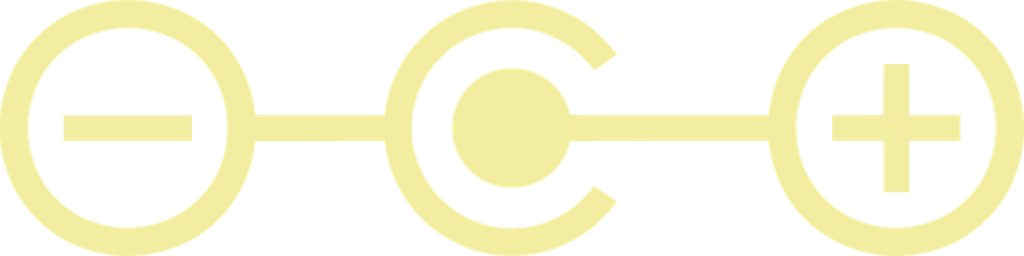
<source format=kicad_pcb>
(kicad_pcb (version 20240108) (generator pcbnew)
  (layers (0 "F.Cu" signal) (31 "B.Cu" signal) (34 "B.Paste" user) (35 "F.Paste" user) (36 "B.SilkS" user "B.Silkscreen") (37 "F.SilkS" user "F.Silkscreen") (38 "B.Mask" user) (39 "F.Mask" user) (44 "Edge.Cuts" user))
  (net 0 "")
  (footprint "Polarity_Center_Positive_30mm_SilkScreen" (layer "F.Cu") (at 0 0)
    (property "Reference" "REF**")
    (property "Value" "Polarity_Center_Positive_30mm_SilkScreen")
    (fp_poly (pts (xy -37.38231 1.497789) (xy -52.360197 1.497789) (xy -52.360197 -1.497788) (xy -37.38231 -1.497788) (xy -37.38231 1.497789)) (layer "F.SilkS") (stroke (width 0.01)) (fill solid))
    (fp_poly (pts (xy 46.431449 -1.497788) (xy 52.422604 -1.497788) (xy 52.422604 1.497789) (xy 46.431449 1.497789) (xy 46.431449 7.488944) (xy 43.435872 7.488944) (xy 43.435872 1.497789) (xy 37.444717 1.497789) (xy 37.444717 -1.496578) (xy 40.424692 -1.512785) (xy 43.404668 -1.528992) (xy 43.420875 -4.508968) (xy 43.437082 -7.488943) (xy 46.431449 -7.488943) (xy 46.431449 -1.497788)) (layer "F.SilkS") (stroke (width 0.01)) (fill solid))
    (fp_poly (pts (xy 45.536144 -14.962137) (xy 46.077953 -14.941246) (xy 46.342278 -14.921504) (xy 47.673298 -14.740136) (xy 48.979578 -14.445772) (xy 50.249959 -14.042952) (xy 51.473284 -13.536216) (xy 52.638395 -12.930103) (xy 53.734134 -12.229154) (xy 54.606879 -11.558631) (xy 55.595169 -10.652648) (xy 56.490726 -9.66517) (xy 57.289682 -8.60235) (xy 57.98817 -7.470339) (xy 58.582322 -6.27529) (xy 59.06827 -5.023353) (xy 59.382219 -3.962828) (xy 59.649049 -2.6984) (xy 59.813847 -1.398987) (xy 59.876159 -0.086725) (xy 59.835527 1.216253) (xy 59.691496 2.487812) (xy 59.532363 3.331813) (xy 59.176031 4.665661) (xy 58.712392 5.941744) (xy 58.144574 7.155415) (xy 57.475702 8.302024) (xy 56.708903 9.376922) (xy 55.847303 10.37546) (xy 54.894029 11.292989) (xy 53.852206 12.124861) (xy 53.412697 12.431704) (xy 52.26223 13.130846) (xy 51.061207 13.717076) (xy 49.807015 14.19139) (xy 48.497042 14.554788) (xy 47.224854 14.794311) (xy 46.905025 14.833563) (xy 46.510012 14.869594) (xy 46.066311 14.901211) (xy 45.600418 14.927222) (xy 45.138831 14.946433) (xy 44.708045 14.957651) (xy 44.334557 14.959686) (xy 44.044864 14.951342) (xy 43.935135 14.942393) (xy 43.780227 14.925332) (xy 43.53945 14.899455) (xy 43.251079 14.868857) (xy 43.061425 14.848919) (xy 41.828215 14.660082) (xy 40.593297 14.355382) (xy 39.374475 13.942237) (xy 38.189556 13.428063) (xy 37.056346 12.820278) (xy 35.992651 12.126299) (xy 35.354054 11.638281) (xy 34.946809 11.287948) (xy 34.500777 10.872191) (xy 34.0497 10.424628) (xy 33.627323 9.978876) (xy 33.267388 9.568551) (xy 33.225008 9.517199) (xy 32.496424 8.532529) (xy 31.846695 7.460873) (xy 31.282064 6.316769) (xy 30.808776 5.114753) (xy 30.433076 3.869364) (xy 30.16121 2.595139) (xy 30.108505 2.262285) (xy 29.996145 1.497789) (xy 18.428546 1.497789) (xy 16.966791 1.49794) (xy 15.625337 1.498413) (xy 14.39967 1.499239) (xy 13.285275 1.500447) (xy 12.277637 1.502069) (xy 11.372243 1.504135) (xy 10.564579 1.506674) (xy 9.850128 1.509718) (xy 9.224378 1.513297) (xy 8.682814 1.517441) (xy 8.220922 1.522181) (xy 7.834186 1.527547) (xy 7.518094 1.533569) (xy 7.268129 1.540278) (xy 7.079779 1.547704) (xy 6.948528 1.555878) (xy 6.869862 1.564829) (xy 6.839267 1.574589) (xy 6.838616 1.575799) (xy 6.586952 2.364546) (xy 6.308675 3.051728) (xy 5.991472 3.659776) (xy 5.623026 4.21112) (xy 5.191024 4.72819) (xy 4.995638 4.932496) (xy 4.324248 5.525311) (xy 3.5925 6.016397) (xy 2.811782 6.405737) (xy 1.993484 6.693316) (xy 1.148996 6.879117) (xy 0.289706 6.963123) (xy -0.572997 6.945318) (xy -1.427722 6.825686) (xy -2.263082 6.60421) (xy -3.067686 6.280875) (xy -3.830146 5.855663) (xy -4.539071 5.328558) (xy -4.950474 4.946792) (xy -5.556048 4.259675) (xy -6.046478 3.53521) (xy -6.428598 2.762518) (xy -6.58418 2.345761) (xy -6.82533 1.444637) (xy -6.950522 0.536804) (xy -6.957562 0.021558) (xy 33.26339 0.021558) (xy 33.316405 1.228826) (xy 33.477397 2.381822) (xy 33.749286 3.493669) (xy 34.134991 4.57749) (xy 34.41806 5.211057) (xy 34.980819 6.241326) (xy 35.639059 7.195459) (xy 36.386186 8.069151) (xy 37.215607 8.858097) (xy 38.120727 9.557992) (xy 39.094952 10.164531) (xy 40.131689 10.673408) (xy 41.224343 11.080318) (xy 42.366319 11.380956) (xy 43.551025 11.571017) (xy 44.247174 11.628458) (xy 44.472226 11.641186) (xy 44.668819 11.653064) (xy 44.746437 11.658179) (xy 44.865021 11.657858) (xy 45.079726 11.64923) (xy 45.362236 11.633713) (xy 45.684234 11.612724) (xy 45.75566 11.60765) (xy 46.980842 11.460384) (xy 48.156476 11.201555) (xy 49.277471 10.835581) (xy 50.338738 10.366879) (xy 51.335186 9.799869) (xy 52.261725 9.138966) (xy 53.113264 8.388589) (xy 53.884713 7.553156) (xy 54.570982 6.637084) (xy 55.166982 5.644791) (xy 55.66762 4.580695) (xy 56.067808 3.449213) (xy 56.326002 2.433907) (xy 56.405039 1.96552) (xy 56.467376 1.408023) (xy 56.511622 0.796179) (xy 56.536393 0.16475) (xy 56.540299 -0.4515) (xy 56.521954 -1.017808) (xy 56.482253 -1.481143) (xy 56.273024 -2.702793) (xy 55.953749 -3.867991) (xy 55.526404 -4.973494) (xy 54.992965 -6.01606) (xy 54.355407 -6.992446) (xy 53.615708 -7.899409) (xy 52.775842 -8.733708) (xy 51.837786 -9.492099) (xy 51.424078 -9.781137) (xy 50.469575 -10.346368) (xy 49.448466 -10.813778) (xy 48.373655 -11.181761) (xy 47.258046 -11.44871) (xy 46.114542 -11.613019) (xy 44.956049 -11.67308) (xy 43.79547 -11.627287) (xy 42.64571 -11.474033) (xy 41.519673 -11.211711) (xy 41.064373 -11.071105) (xy 39.955498 -10.639121) (xy 38.91402 -10.105032) (xy 37.944648 -9.474664) (xy 37.052089 -8.753841) (xy 36.241051 -7.948391) (xy 35.516243 -7.064138) (xy 34.882373 -6.106908) (xy 34.344148 -5.082526) (xy 33.906278 -3.996819) (xy 33.573468 -2.855611) (xy 33.350429 -1.664729) (xy 33.328856 -1.499425) (xy 33.30534 -1.242904) (xy 33.285571 -0.900387) (xy 33.271218 -0.510679) (xy 33.26395 -0.112583) (xy 33.26339 0.021558) (xy -6.957562 0.021558) (xy -6.962872 -0.366988) (xy -6.865497 -1.255992) (xy -6.661514 -2.119459) (xy -6.354038 -2.946639) (xy -5.946186 -3.726785) (xy -5.441075 -4.449147) (xy -4.841821 -5.102977) (xy -4.287112 -5.576824) (xy -3.537326 -6.072166) (xy -2.73379 -6.461463) (xy -1.889091 -6.744402) (xy -1.015816 -6.920668) (xy -0.12655 -6.989945) (xy 0.76612 -6.95192) (xy 1.649608 -6.806276) (xy 2.511329 -6.5527) (xy 3.338695 -6.190876) (xy 4.025307 -5.784738) (xy 4.231396 -5.631746) (xy 4.48637 -5.421533) (xy 4.752075 -5.186338) (xy 4.914182 -5.033669) (xy 5.453855 -4.450105) (xy 5.907611 -3.824328) (xy 6.286023 -3.137365) (xy 6.599661 -2.370238) (xy 6.840499 -1.575798) (xy 6.865448 -1.565943) (xy 6.937918 -1.5569) (xy 7.062423 -1.548638) (xy 7.243477 -1.541126) (xy 7.485592 -1.534335) (xy 7.793283 -1.528234) (xy 8.171062 -1.522793) (xy 8.623443 -1.517981) (xy 9.15494 -1.513768) (xy 9.770066 -1.510123) (xy 10.473333 -1.507017) (xy 11.269256 -1.504418) (xy 12.162348 -1.502297) (xy 13.157123 -1.500623) (xy 14.258093 -1.499366) (xy 15.469772 -1.498495) (xy 16.796674 -1.49798) (xy 18.243311 -1.497791) (xy 18.433437 -1.497788) (xy 30.005926 -1.497788) (xy 30.048749 -1.887837) (xy 30.163131 -2.67045) (xy 30.336365 -3.510697) (xy 30.556864 -4.363173) (xy 30.813042 -5.182469) (xy 31.054394 -5.829181) (xy 31.621669 -7.059056) (xy 32.287967 -8.216189) (xy 33.048127 -9.296574) (xy 33.896985 -10.296206) (xy 34.82938 -11.211078) (xy 35.840151 -12.037184) (xy 36.924135 -12.770518) (xy 38.07617 -13.407073) (xy 39.291095 -13.942844) (xy 40.563747 -14.373823) (xy 41.888965 -14.696005) (xy 42.647486 -14.826728) (xy 43.125382 -14.882616) (xy 43.69033 -14.925054) (xy 44.305197 -14.953088) (xy 44.932847 -14.965767) (xy 45.536144 -14.962137)) (layer "F.SilkS") (stroke (width 0.01)) (fill solid))
    (fp_poly (pts (xy 1.410801 -14.895036) (xy 2.716947 -14.71581) (xy 4.005861 -14.418384) (xy 5.023832 -14.092679) (xy 6.293997 -13.567626) (xy 7.506359 -12.933491) (xy 8.654916 -12.194751) (xy 9.733665 -11.355885) (xy 10.736601 -10.42137) (xy 11.657722 -9.395684) (xy 12.127334 -8.794258) (xy 12.293371 -8.57058) (xy 11.000928 -7.670917) (xy 10.644992 -7.425092) (xy 10.320784 -7.204873) (xy 10.042912 -7.019884) (xy 9.825982 -6.879749) (xy 9.684602 -6.794092) (xy 9.635458 -6.771253) (xy 9.563487 -6.817868) (xy 9.445471 -6.93998) (xy 9.309243 -7.108215) (xy 8.600105 -7.951872) (xy 7.793355 -8.732261) (xy 6.903911 -9.440113) (xy 5.946693 -10.06616) (xy 4.936617 -10.601134) (xy 3.888601 -11.035767) (xy 2.817565 -11.360789) (xy 2.271643 -11.480529) (xy 1.077183 -11.646699) (xy -0.114163 -11.692092) (xy -1.293917 -11.619275) (xy -2.4536 -11.430811) (xy -3.584734 -11.129267) (xy -4.678841 -10.717208) (xy -5.727443 -10.197198) (xy -6.722061 -9.571803) (xy -7.654218 -8.843588) (xy -8.238509 -8.300523) (xy -9.061248 -7.396954) (xy -9.774395 -6.433868) (xy -10.378181 -5.41081) (xy -10.872836 -4.327328) (xy -11.258589 -3.182964) (xy -11.535672 -1.977266) (xy -11.585039 -1.684991) (xy -11.64135 -1.204165) (xy -11.675729 -0.641323) (xy -11.688162 -0.03655) (xy -11.678632 0.570074) (xy -11.647125 1.138463) (xy -11.593625 1.628537) (xy -11.58631 1.676493) (xy -11.336296 2.881069) (xy -10.976291 4.036559) (xy -10.510292 5.136634) (xy -9.942295 6.174967) (xy -9.276294 7.145229) (xy -8.516286 8.041093) (xy -7.666266 8.856229) (xy -6.730229 9.58431) (xy -6.490418 9.74725) (xy -5.449409 10.363171) (xy -4.365354 10.865645) (xy -3.24665 11.25352) (xy -2.101695 11.525647) (xy -0.938885 11.680876) (xy 0.233382 11.718058) (xy 1.406709 11.636043) (xy 2.572698 11.433681) (xy 3.646932 11.135215) (xy 4.777218 10.697502) (xy 5.848825 10.151846) (xy 6.854872 9.503017) (xy 7.788478 8.755788) (xy 8.642762 7.914929) (xy 9.156698 7.314863) (xy 9.620261 6.735131) (xy 9.911973 6.943727) (xy 10.055954 7.045553) (xy 10.280604 7.20305) (xy 10.563946 7.400872) (xy 10.884002 7.623677) (xy 11.217813 7.855438) (xy 11.52829 8.07256) (xy 11.800349 8.266375) (xy 12.018457 8.425524) (xy 12.167082 8.538645) (xy 12.23069 8.594378) (xy 12.231941 8.597167) (xy 12.19208 8.681815) (xy 12.081884 8.841427) (xy 11.915428 9.059025) (xy 11.706787 9.31763) (xy 11.470039 9.600263) (xy 11.219259 9.889945) (xy 10.968523 10.169698) (xy 10.731907 10.422543) (xy 10.643202 10.513522) (xy 9.631488 11.450077) (xy 8.557071 12.279974) (xy 7.424743 13.001208) (xy 6.239297 13.611773) (xy 5.005524 14.109667) (xy 3.728217 14.492884) (xy 2.412167 14.75942) (xy 1.062168 14.907271) (xy 0.062407 14.939109) (xy -1.209514 14.895009) (xy -2.412851 14.760019) (xy -3.569766 14.528943) (xy -4.702421 14.196586) (xy -5.832982 13.757752) (xy -6.692974 13.355569) (xy -7.876875 12.694673) (xy -8.989491 11.933277) (xy -10.025079 11.07708) (xy -10.977896 10.131777) (xy -11.8422 9.103068) (xy -12.612247 7.996648) (xy -13.282046 6.818703) (xy -13.84334 5.593209) (xy -14.284949 4.349669) (xy -14.611977 3.072519) (xy -14.741997 2.367951) (xy -14.881952 1.497293) (xy -29.986978 1.528993) (xy -30.034137 1.965848) (xy -30.197495 3.023501) (xy -30.457964 4.114654) (xy -30.80503 5.209598) (xy -31.228177 6.278623) (xy -31.716892 7.29202) (xy -32.231856 8.17543) (xy -32.71681 8.876681) (xy -33.27198 9.585663) (xy -33.872415 10.27448) (xy -34.493169 10.915236) (xy -35.109293 11.480033) (xy -35.403267 11.721644) (xy -36.521658 12.525837) (xy -37.688458 13.215) (xy -38.903441 13.789052) (xy -40.166382 14.247916) (xy -41.477057 14.59151) (xy -42.835238 14.819757) (xy -44.240703 14.932575) (xy -44.52801 14.941293) (xy -44.909253 14.948074) (xy -45.264542 14.951299) (xy -45.567924 14.950968) (xy -45.793445 14.947079) (xy -45.900983 14.941344) (xy -46.747062 14.846321) (xy -47.499854 14.737165) (xy -48.190636 14.607662) (xy -48.850686 14.451601) (xy -49.511282 14.262767) (xy -49.832679 14.160325) (xy -51.075741 13.687967) (xy -52.258328 13.109359) (xy -53.375251 12.430153) (xy -54.42132 11.656002) (xy -55.391346 10.79256) (xy -56.280138 9.84548) (xy -57.082509 8.820414) (xy -57.793268 7.723017) (xy -58.407226 6.55894) (xy -58.919194 5.333837) (xy -59.323982 4.053362) (xy -59.406373 3.731205) (xy -59.534891 3.179285) (xy -59.634549 2.683952) (xy -59.708659 2.215024) (xy -59.760534 1.742319) (xy -59.793485 1.235655) (xy -59.810825 0.664852) (xy -59.815867 0) (xy -59.81563 -0.031203) (xy -56.541524 -0.031203) (xy -56.483513 1.208505) (xy -56.31059 2.409955) (xy -56.024417 3.567998) (xy -55.626656 4.677488) (xy -55.11897 5.733278) (xy -54.503022 6.730222) (xy -54.240041 7.093727) (xy -53.484915 7.992397) (xy -52.64555 8.802839) (xy -51.730227 9.520608) (xy -50.747225 10.141258) (xy -49.704823 10.660343) (xy -48.611301 11.073418) (xy -47.474939 11.376036) (xy -46.304016 11.563752) (xy -45.838575 11.604939) (xy -45.546747 11.624916) (xy -45.291723 11.642388) (xy -45.105066 11.655192) (xy -45.027273 11.660545) (xy -44.921334 11.659342) (xy -44.717685 11.650043) (xy -44.443066 11.6341) (xy -44.124217 11.612969) (xy -44.032238 11.606434) (xy -42.818941 11.459978) (xy -41.653731 11.202245) (xy -40.541799 10.838428) (xy -39.488341 10.373725) (xy -38.498551 9.813331) (xy -37.577622 9.162441) (xy -36.730748 8.426252) (xy -35.963124 7.609958) (xy -35.279943 6.718757) (xy -34.686399 5.757842) (xy -34.187686 4.732411) (xy -33.788999 3.647659) (xy -33.49553 2.508782) (xy -33.312475 1.320974) (xy -33.27193 0.842507) (xy -33.248753 -0.393481) (xy -33.34051 -1.598463) (xy -33.54377 -2.76626) (xy -33.855103 -3.890688) (xy -34.271077 -4.965567) (xy -34.788262 -5.984715) (xy -35.403226 -6.94195) (xy -36.112538 -7.831091) (xy -36.912768 -8.645956) (xy -37.800484 -9.380363) (xy -38.772255 -10.02813) (xy -39.536685 -10.444696) (xy -40.622933 -10.916206) (xy -41.751395 -11.274941) (xy -42.910636 -11.520823) (xy -44.089222 -11.653775) (xy -45.27572 -11.67372) (xy -46.458694 -11.58058) (xy -47.626711 -11.37428) (xy -48.768336 -11.054741) (xy -49.872137 -10.621887) (xy -50.099331 -10.515973) (xy -51.139667 -9.949873) (xy -52.100461 -9.290754) (xy -52.977909 -8.544808) (xy -53.768206 -7.718226) (xy -54.467548 -6.8172) (xy -55.07213 -5.847921) (xy -55.578149 -4.816582) (xy -55.981799 -3.729374) (xy -56.279276 -2.592489) (xy -56.466777 -1.412118) (xy -56.540496 -0.194453) (xy -56.541524 -0.031203) (xy -59.81563 -0.031203) (xy -59.810816 -0.664246) (xy -59.793534 -1.234407) (xy -59.760829 -1.740887) (xy -59.709511 -2.214088) (xy -59.636385 -2.684414) (xy -59.538261 -3.182268) (xy -59.432566 -3.650859) (xy -59.064656 -4.950688) (xy -58.587866 -6.194647) (xy -58.007331 -7.377663) (xy -57.328184 -8.494659) (xy -56.555559 -9.54056) (xy -55.694591 -10.510291) (xy -54.750412 -11.398775) (xy -53.728158 -12.200937) (xy -52.632962 -12.911703) (xy -51.469958 -13.525995) (xy -50.244279 -14.038739) (xy -48.96106 -14.444859) (xy -48.366094 -14.591501) (xy -47.853294 -14.702347) (xy -47.399432 -14.788139) (xy -46.974935 -14.85184) (xy -46.550231 -14.896417) (xy -46.095748 -14.924834) (xy -45.581915 -14.940058) (xy -44.979158 -14.945053) (xy -44.84005 -14.945081) (xy -44.171566 -14.939025) (xy -43.596401 -14.919893) (xy -43.083443 -14.8844) (xy -42.601579 -14.829264) (xy -42.119697 -14.7512) (xy -41.606685 -14.646925) (xy -41.255374 -14.566737) (xy -40.036815 -14.221606) (xy -38.836784 -13.76823) (xy -37.677249 -13.216986) (xy -36.580176 -12.578252) (xy -35.62549 -11.907323) (xy -35.171361 -11.535414) (xy -34.682608 -11.097164) (xy -34.191596 -10.624068) (xy -33.730693 -10.147623) (xy -33.332263 -9.699324) (xy -33.233452 -9.579606) (xy -32.483402 -8.560116) (xy -31.816784 -7.46521) (xy -31.24117 -6.312358) (xy -30.764135 -5.119029) (xy -30.393253 -3.902695) (xy -30.136097 -2.680825) (xy -30.081373 -2.30909) (xy -30.045648 -2.047566) (xy -30.012389 -1.819671) (xy -29.987382 -1.664623) (xy -29.982361 -1.638206) (xy -29.953396 -1.497788) (xy -14.853072 -1.497788) (xy -14.853072 -1.645724) (xy -14.839944 -1.806884) (xy -14.803989 -2.061964) (xy -14.750348 -2.383239) (xy -14.684166 -2.742989) (xy -14.610583 -3.113491) (xy -14.534742 -3.467021) (xy -14.461787 -3.775859) (xy -14.447766 -3.8307) (xy -14.064002 -5.063776) (xy -13.564342 -6.266948) (xy -12.956219 -7.429542) (xy -12.247064 -8.540885) (xy -11.444306 -9.590301) (xy -10.555378 -10.567117) (xy -9.58771 -11.460658) (xy -8.608818 -12.218038) (xy -7.479785 -12.941096) (xy -6.297992 -13.555579) (xy -5.072186 -14.060284) (xy -3.811118 -14.454009) (xy -2.523536 -14.735549) (xy -1.218189 -14.903703) (xy 0.096173 -14.957266) (xy 1.410801 -14.895036)) (layer "F.SilkS") (stroke (width 0.01)) (fill solid))
  )
)
</source>
